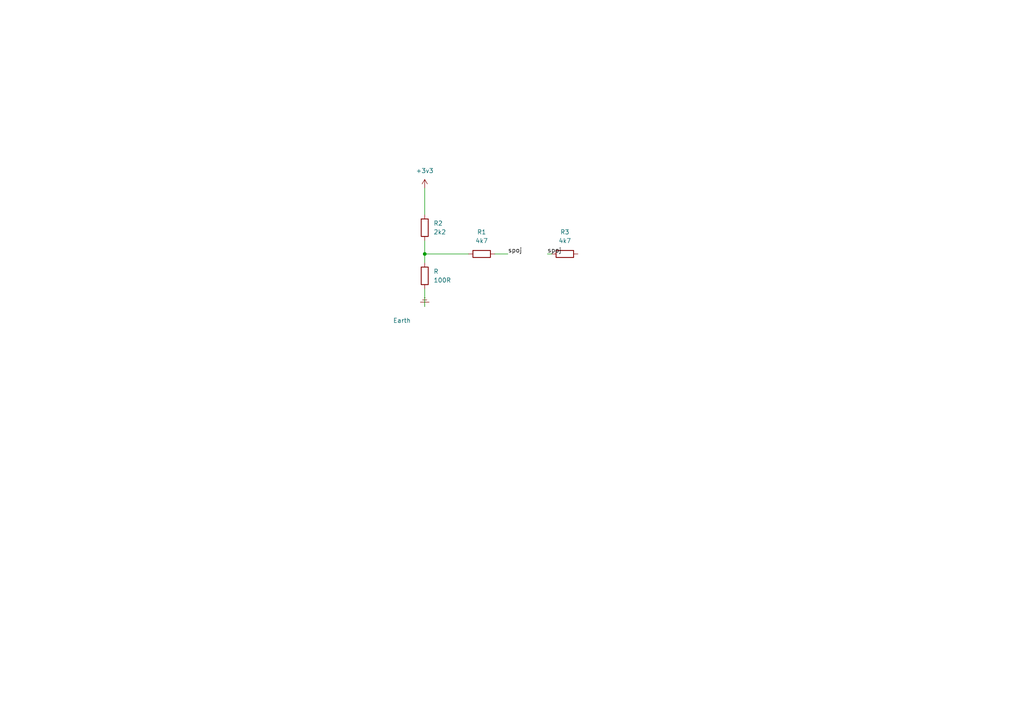
<source format=kicad_sch>
(kicad_sch (version 20250114) (generator "eeschema") (generator_version "9.0")
  (paper "A4")
  (title_block (title "Laboratorijske vjezbe") (date "2025-10-22") (rev "1.0") (company "TVZ"))
  (lib_symbols
    (symbol "Device:R" (pin_numbers (hide yes)) (pin_names (offset 0))
      (property "Reference" "R" (at 2.032 0 90))
      (property "Value" "R" (at 0 0 90))
      (symbol "R_0_1"
        (rectangle (start -1.016 -2.54) (end 1.016 2.54) (stroke (width 0.254)))
      )
      (symbol "R_1_1"
        (pin passive line (at 0 3.81 270) (length 1.27) (name "~") (number "1"))
        (pin passive line (at 0 -3.81 90) (length 1.27) (name "~") (number "2"))
      )
    )
    (symbol "power:+3.3V" (power) (pin_numbers (hide yes)) (pin_names (offset 0) (hide yes))
      (property "Value" "+3.3V" (at 0 3.556 0))
      (symbol "+3.3V_0_1"
        (polyline (pts (xy -0.762 1.27) (xy 0 2.54)))
        (polyline (pts (xy 0 2.54) (xy 0.762 1.27)))
        (polyline (pts (xy 0 0) (xy 0 2.54)))
      )
      (symbol "+3.3V_1_1"
        (pin power_in line (at 0 0 90) (length 0) (name "~") (number "1"))
      )
    )
    (symbol "power:Earth" (power) (pin_numbers (hide yes)) (pin_names (offset 0) (hide yes))
      (property "Value" "Earth" (at 0 -3.81 0))
      (symbol "Earth_0_1"
        (polyline (pts (xy -0.635 -1.905) (xy 0.635 -1.905)))
        (polyline (pts (xy -0.127 -2.54) (xy 0.127 -2.54)))
        (polyline (pts (xy 0 -1.27) (xy 0 0)))
        (polyline (pts (xy 1.27 -1.27) (xy -1.27 -1.27)))
      )
      (symbol "Earth_1_1"
        (pin power_in line (at 0 0 270) (length 0) (name "~") (number "1"))
      )
    )
  )
  (junction (at 123.19 73.66))
  (wire (pts (xy 123.19 69.85) (xy 123.19 73.66)))
  (wire (pts (xy 123.19 54.61) (xy 123.19 62.23)))
  (wire (pts (xy 123.19 73.66) (xy 135.89 73.66)))
  (wire (pts (xy 123.19 73.66) (xy 123.19 76.2)))
  (wire (pts (xy 158.75 73.66) (xy 160.02 73.66)))
  (wire (pts (xy 123.19 83.82) (xy 123.19 88.9)))
  (wire (pts (xy 143.51 73.66) (xy 147.32 73.66)))
  (label "spoj" (at 158.75 73.66 0))
  (label "spoj" (at 147.32 73.66 0))
  (symbol (lib_id "Device:R") (at 123.19 80.01 0) (unit 1)
    (property "Reference" "R" (at 125.73 78.7399 0) (effects (justify left)))
    (property "Value" "100R" (at 125.73 81.2799 0) (effects (justify left)))
    (property "Description" "Resistor" (effects (hide yes)))
  )
  (symbol (lib_id "Device:R") (at 139.7 73.66 90) (unit 1)
    (property "Reference" "R1" (at 139.7 67.31 90))
    (property "Value" "4k7" (at 139.7 69.85 90))
    (property "Description" "Resistor" (effects (hide yes)))
  )
  (symbol (lib_id "power:+3.3V") (at 123.19 54.61 0) (unit 1)
    (property "Reference" "#PWR01" (effects (hide yes)))
    (property "Value" "+3v3" (at 123.19 49.53 0))
    (property "Description" "Power symbol creates a global label with name \"+3.3V\"" (effects (hide yes)))
  )
  (symbol (lib_id "Device:R") (at 163.83 73.66 90) (unit 1)
    (property "Reference" "R3" (at 163.83 67.31 90))
    (property "Value" "4k7" (at 163.83 69.85 90))
    (property "Description" "Resistor" (effects (hide yes)))
  )
  (symbol (lib_id "power:Earth") (at 123.19 88.9 180) (unit 1)
    (property "Reference" "#PWR02" (effects (hide yes)))
    (property "Value" "Earth" (at 116.586 92.964 0))
    (property "Description" "Power symbol creates a global label with name \"Earth\"" (effects (hide yes)))
  )
  (symbol (lib_id "Device:R") (at 123.19 66.04 0) (unit 1)
    (property "Reference" "R2" (at 125.73 64.7699 0) (effects (justify left)))
    (property "Value" "2k2" (at 125.73 67.3099 0) (effects (justify left)))
    (property "Description" "Resistor" (effects (hide yes)))
  )
)
</source>
